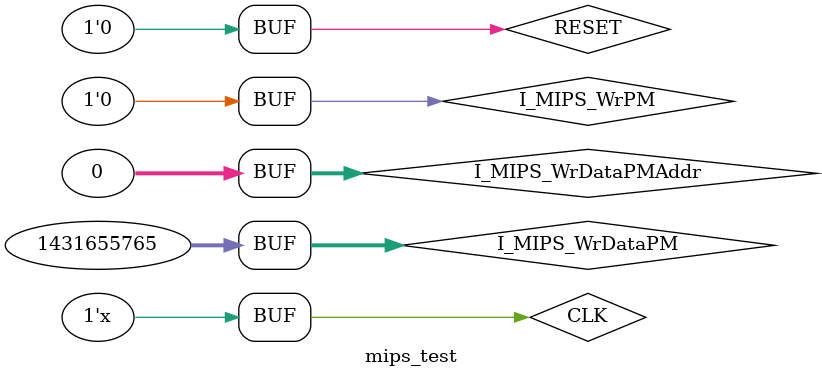
<source format=v>
`timescale 1ns / 1ps


module mips_test;

	// Inputs
	reg CLK;
	reg RESET;
	reg I_MIPS_WrPM;
	reg [31:0] I_MIPS_WrDataPM;
	reg [31:0] I_MIPS_WrDataPMAddr;

	// Outputs
	wire O_MIPS_FINISHED;
	wire [31:0] O_PC;
	wire [31:0] O_PC_NEXT;
	
	wire [31:0] O_IF_INSTR;
	
	wire [31:0] O_ID_PC;
	wire [31:0] O_ID_INSTR;
	wire [19:0] O_EXE_CONTROL;
	wire [31:0] O_EXE_PC;
	wire [31:0] O_EXE_READ_DATA1;
	wire [31:0] O_EXE_READ_DATA2;
	wire [31:0] O_EXE_SIGN_EXT;
	wire [4:0] O_EXE_RS;
	wire [4:0] O_EXE_RT;
	wire [4:0] O_EXE_RD;
	wire [31:0] O_EXE_SHIFT;
	wire [19:0] O_MEM_CONTROL;
	wire [31:0] O_MEM_ALU_RESULT;
	wire [31:0] O_MEM_WRITE_DATA;
	wire [31:0] O_MEM_PC;
	wire [4:0] O_MEM_REGDST;
	wire [31:0] O_MEM_SHIFT;
	wire [19:0] O_WB_CONTROL;
	wire [31:0] O_WB_PC;
	wire [31:0] O_WB_ADDR;
	wire [31:0] O_WB_READ_DATA;
	wire [31:0] O_WB_SHIFT;
	wire [4:0] O_WB_REGDST;
	wire O_HZ_IFID_WRITE;
	wire O_HZ_PC_WRITE;
	wire O_HZ_ID_ControlMux;
	wire [1:0] O_FU_ForwardA;
	wire [1:0] O_FU_ForwardB;
	wire [31:0] O_PM_REG_0;
	wire [31:0] O_PM_REG_1;
	wire [31:0] O_PM_REG_2;
	wire [31:0] O_PM_REG_3;
	wire [31:0] O_PM_REG_4;
	wire [31:0] O_PM_REG_5;
	wire [31:0] O_PM_REG_6;
	wire [31:0] O_PM_REG_7;
	wire [31:0] O_PM_REG_8;
	wire [31:0] O_PM_REG_9;
	wire [31:0] O_PM_REG_10;
	wire [31:0] O_PM_REG_11;
	wire [31:0] O_PM_REG_12;
	wire [31:0] O_PM_REG_13;
	wire [31:0] O_PM_REG_14;
	wire [31:0] O_PM_REG_15;
	wire [31:0] O_PM_REG_16;
	wire [31:0] O_PM_REG_17;
	wire [31:0] O_PM_REG_18;
	wire [31:0] O_PM_REG_19;
	wire [31:0] O_PM_REG_20;
	wire [31:0] O_PM_REG_21;
	wire [31:0] O_PM_REG_22;
	wire [31:0] O_PM_REG_23;
	wire [31:0] O_PM_REG_24;
	wire [31:0] O_PM_REG_25;
	wire [31:0] O_PM_REG_26;
	wire [31:0] O_PM_REG_27;
	wire [31:0] O_PM_REG_28;
	wire [31:0] O_PM_REG_29;
	wire [31:0] O_PM_REG_30;
	wire [31:0] O_PM_REG_31;
	wire [31:0] O_DM_REG_0;
	wire [31:0] O_DM_REG_1;
	wire [31:0] O_DM_REG_2;
	wire [31:0] O_DM_REG_3;
	wire [31:0] O_DM_REG_4;
	wire [31:0] O_DM_REG_5;
	wire [31:0] O_DM_REG_6;
	wire [31:0] O_DM_REG_7;
	wire [31:0] O_DM_REG_8;
	wire [31:0] O_DM_REG_9;
	wire [31:0] O_DM_REG_10;
	wire [31:0] O_DM_REG_11;
	wire [31:0] O_DM_REG_12;
	wire [31:0] O_DM_REG_13;
	wire [31:0] O_DM_REG_14;
	wire [31:0] O_DM_REG_15;
	wire [31:0] O_DM_REG_16;
	wire [31:0] O_DM_REG_17;
	wire [31:0] O_DM_REG_18;
	wire [31:0] O_DM_REG_19;
	wire [31:0] O_DM_REG_20;
	wire [31:0] O_DM_REG_21;
	wire [31:0] O_DM_REG_22;
	wire [31:0] O_DM_REG_23;
	wire [31:0] O_DM_REG_24;
	wire [31:0] O_DM_REG_25;
	wire [31:0] O_DM_REG_26;
	wire [31:0] O_DM_REG_27;
	wire [31:0] O_DM_REG_28;
	wire [31:0] O_DM_REG_29;
	wire [31:0] O_DM_REG_30;
	wire [31:0] O_DM_REG_31;
	wire [31:0] O_RM_REG_0;
	wire [31:0] O_RM_REG_1;
	wire [31:0] O_RM_REG_2;
	wire [31:0] O_RM_REG_3;
	wire [31:0] O_RM_REG_4;
	wire [31:0] O_RM_REG_5;
	wire [31:0] O_RM_REG_6;
	wire [31:0] O_RM_REG_7;
	wire [31:0] O_RM_REG_8;
	wire [31:0] O_RM_REG_9;
	wire [31:0] O_RM_REG_10;
	wire [31:0] O_RM_REG_11;
	wire [31:0] O_RM_REG_12;
	wire [31:0] O_RM_REG_13;
	wire [31:0] O_RM_REG_14;
	wire [31:0] O_RM_REG_15;
	wire [31:0] O_RM_REG_16;
	wire [31:0] O_RM_REG_17;
	wire [31:0] O_RM_REG_18;
	wire [31:0] O_RM_REG_19;
	wire [31:0] O_RM_REG_20;
	wire [31:0] O_RM_REG_21;
	wire [31:0] O_RM_REG_22;
	wire [31:0] O_RM_REG_23;
	wire [31:0] O_RM_REG_24;
	wire [31:0] O_RM_REG_25;
	wire [31:0] O_RM_REG_26;
	wire [31:0] O_RM_REG_27;
	wire [31:0] O_RM_REG_28;
	wire [31:0] O_RM_REG_29;
	wire [31:0] O_RM_REG_30;
	wire [31:0] O_RM_REG_31;

	// Instantiate the Unit Under Test (UUT)
	MIPS2 uut (
		.CLK(CLK), 
		.RESET(RESET), 
		.I_MIPS_WrPM(I_MIPS_WrPM), 
		.I_MIPS_WrDataPM(I_MIPS_WrDataPM), 
		.I_MIPS_WrDataPMAddr(I_MIPS_WrDataPMAddr), 
		.O_MIPS_FINISHED(O_MIPS_FINISHED), 
		.O_PC(O_PC), 
		.O_PC_NEXT(O_PC_NEXT),
		.O_IF_INSTR(O_IF_INSTR),
		.O_ID_PC(O_ID_PC), 
		.O_ID_INSTR(O_ID_INSTR), 
		.O_EXE_CONTROL(O_EXE_CONTROL), 
		.O_EXE_PC(O_EXE_PC), 
		.O_EXE_READ_DATA1(O_EXE_READ_DATA1), 
		.O_EXE_READ_DATA2(O_EXE_READ_DATA2), 
		.O_EXE_SIGN_EXT(O_EXE_SIGN_EXT), 
		.O_EXE_RS(O_EXE_RS), 
		.O_EXE_RT(O_EXE_RT), 
		.O_EXE_RD(O_EXE_RD), 
		.O_EXE_SHIFT(O_EXE_SHIFT), 
		.O_MEM_CONTROL(O_MEM_CONTROL), 
		.O_MEM_ALU_RESULT(O_MEM_ALU_RESULT), 
		.O_MEM_WRITE_DATA(O_MEM_WRITE_DATA), 
		.O_MEM_PC(O_MEM_PC), 
		.O_MEM_REGDST(O_MEM_REGDST), 
		.O_MEM_SHIFT(O_MEM_SHIFT), 
		.O_WB_CONTROL(O_WB_CONTROL), 
		.O_WB_PC(O_WB_PC), 
		.O_WB_ADDR(O_WB_ADDR), 
		.O_WB_READ_DATA(O_WB_READ_DATA), 
		.O_WB_SHIFT(O_WB_SHIFT), 
		.O_WB_REGDST(O_WB_REGDST), 
		.O_HZ_IFID_WRITE(O_HZ_IFID_WRITE), 
		.O_HZ_PC_WRITE(O_HZ_PC_WRITE), 
		.O_HZ_ID_ControlMux(O_HZ_ID_ControlMux), 
		.O_FU_ForwardA(O_FU_ForwardA), 
		.O_FU_ForwardB(O_FU_ForwardB), 
		.O_PM_REG_0(O_PM_REG_0), 
		.O_PM_REG_1(O_PM_REG_1), 
		.O_PM_REG_2(O_PM_REG_2), 
		.O_PM_REG_3(O_PM_REG_3), 
		.O_PM_REG_4(O_PM_REG_4), 
		.O_PM_REG_5(O_PM_REG_5), 
		.O_PM_REG_6(O_PM_REG_6), 
		.O_PM_REG_7(O_PM_REG_7), 
		.O_PM_REG_8(O_PM_REG_8), 
		.O_PM_REG_9(O_PM_REG_9), 
		.O_PM_REG_10(O_PM_REG_10), 
		.O_PM_REG_11(O_PM_REG_11), 
		.O_PM_REG_12(O_PM_REG_12), 
		.O_PM_REG_13(O_PM_REG_13), 
		.O_PM_REG_14(O_PM_REG_14), 
		.O_PM_REG_15(O_PM_REG_15), 
		.O_PM_REG_16(O_PM_REG_16), 
		.O_PM_REG_17(O_PM_REG_17), 
		.O_PM_REG_18(O_PM_REG_18), 
		.O_PM_REG_19(O_PM_REG_19), 
		.O_PM_REG_20(O_PM_REG_20), 
		.O_PM_REG_21(O_PM_REG_21), 
		.O_PM_REG_22(O_PM_REG_22), 
		.O_PM_REG_23(O_PM_REG_23), 
		.O_PM_REG_24(O_PM_REG_24), 
		.O_PM_REG_25(O_PM_REG_25), 
		.O_PM_REG_26(O_PM_REG_26), 
		.O_PM_REG_27(O_PM_REG_27), 
		.O_PM_REG_28(O_PM_REG_28), 
		.O_PM_REG_29(O_PM_REG_29), 
		.O_PM_REG_30(O_PM_REG_30), 
		.O_PM_REG_31(O_PM_REG_31), 
		.O_DM_REG_0(O_DM_REG_0), 
		.O_DM_REG_1(O_DM_REG_1), 
		.O_DM_REG_2(O_DM_REG_2), 
		.O_DM_REG_3(O_DM_REG_3), 
		.O_DM_REG_4(O_DM_REG_4), 
		.O_DM_REG_5(O_DM_REG_5), 
		.O_DM_REG_6(O_DM_REG_6), 
		.O_DM_REG_7(O_DM_REG_7), 
		.O_DM_REG_8(O_DM_REG_8), 
		.O_DM_REG_9(O_DM_REG_9), 
		.O_DM_REG_10(O_DM_REG_10), 
		.O_DM_REG_11(O_DM_REG_11), 
		.O_DM_REG_12(O_DM_REG_12), 
		.O_DM_REG_13(O_DM_REG_13), 
		.O_DM_REG_14(O_DM_REG_14), 
		.O_DM_REG_15(O_DM_REG_15), 
		.O_DM_REG_16(O_DM_REG_16), 
		.O_DM_REG_17(O_DM_REG_17), 
		.O_DM_REG_18(O_DM_REG_18), 
		.O_DM_REG_19(O_DM_REG_19), 
		.O_DM_REG_20(O_DM_REG_20), 
		.O_DM_REG_21(O_DM_REG_21), 
		.O_DM_REG_22(O_DM_REG_22), 
		.O_DM_REG_23(O_DM_REG_23), 
		.O_DM_REG_24(O_DM_REG_24), 
		.O_DM_REG_25(O_DM_REG_25), 
		.O_DM_REG_26(O_DM_REG_26), 
		.O_DM_REG_27(O_DM_REG_27), 
		.O_DM_REG_28(O_DM_REG_28), 
		.O_DM_REG_29(O_DM_REG_29), 
		.O_DM_REG_30(O_DM_REG_30), 
		.O_DM_REG_31(O_DM_REG_31), 
		.O_RM_REG_0(O_RM_REG_0), 
		.O_RM_REG_1(O_RM_REG_1), 
		.O_RM_REG_2(O_RM_REG_2), 
		.O_RM_REG_3(O_RM_REG_3), 
		.O_RM_REG_4(O_RM_REG_4), 
		.O_RM_REG_5(O_RM_REG_5), 
		.O_RM_REG_6(O_RM_REG_6), 
		.O_RM_REG_7(O_RM_REG_7), 
		.O_RM_REG_8(O_RM_REG_8), 
		.O_RM_REG_9(O_RM_REG_9), 
		.O_RM_REG_10(O_RM_REG_10), 
		.O_RM_REG_11(O_RM_REG_11), 
		.O_RM_REG_12(O_RM_REG_12), 
		.O_RM_REG_13(O_RM_REG_13), 
		.O_RM_REG_14(O_RM_REG_14), 
		.O_RM_REG_15(O_RM_REG_15), 
		.O_RM_REG_16(O_RM_REG_16), 
		.O_RM_REG_17(O_RM_REG_17), 
		.O_RM_REG_18(O_RM_REG_18), 
		.O_RM_REG_19(O_RM_REG_19), 
		.O_RM_REG_20(O_RM_REG_20), 
		.O_RM_REG_21(O_RM_REG_21), 
		.O_RM_REG_22(O_RM_REG_22), 
		.O_RM_REG_23(O_RM_REG_23), 
		.O_RM_REG_24(O_RM_REG_24), 
		.O_RM_REG_25(O_RM_REG_25), 
		.O_RM_REG_26(O_RM_REG_26), 
		.O_RM_REG_27(O_RM_REG_27), 
		.O_RM_REG_28(O_RM_REG_28), 
		.O_RM_REG_29(O_RM_REG_29), 
		.O_RM_REG_30(O_RM_REG_30), 
		.O_RM_REG_31(O_RM_REG_31)
	);

	initial begin
		// Initialize Inputs
		CLK = 0;
		RESET = 1;
		I_MIPS_WrPM = 0;
		I_MIPS_WrDataPM = 0;
		I_MIPS_WrDataPMAddr = 0;

		// Wait 100 ns for global reset to finish
		#100;
        
		 RESET = 0;
		I_MIPS_WrPM = 1;
		I_MIPS_WrDataPM = 32'b01010101010101010101010101010101;
		I_MIPS_WrDataPMAddr = 0;
		#2
		I_MIPS_WrPM = 0;
		// Add stimulus here

	end
	
	always begin
	#1 CLK = ~CLK;
	end
      
endmodule


</source>
